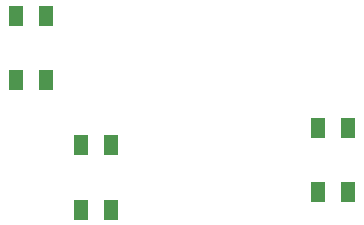
<source format=gbr>
%TF.GenerationSoftware,KiCad,Pcbnew,9.0.7*%
%TF.CreationDate,2026-02-11T23:59:08+05:30*%
%TF.ProjectId,simple MCU board,73696d70-6c65-4204-9d43-5520626f6172,rev?*%
%TF.SameCoordinates,Original*%
%TF.FileFunction,Paste,Top*%
%TF.FilePolarity,Positive*%
%FSLAX46Y46*%
G04 Gerber Fmt 4.6, Leading zero omitted, Abs format (unit mm)*
G04 Created by KiCad (PCBNEW 9.0.7) date 2026-02-11 23:59:08*
%MOMM*%
%LPD*%
G01*
G04 APERTURE LIST*
%ADD10R,1.270000X1.680000*%
G04 APERTURE END LIST*
D10*
%TO.C,SW1*%
X124000000Y-99010000D03*
X124000000Y-104450000D03*
X126540000Y-99010000D03*
X126540000Y-104450000D03*
%TD*%
%TO.C,J1*%
X103960000Y-100510000D03*
X103960000Y-105950000D03*
X106500000Y-100510000D03*
X106500000Y-105950000D03*
%TD*%
%TO.C,XTAL1*%
X101000000Y-94950000D03*
X101000000Y-89510000D03*
X98460000Y-94950000D03*
X98460000Y-89510000D03*
%TD*%
M02*

</source>
